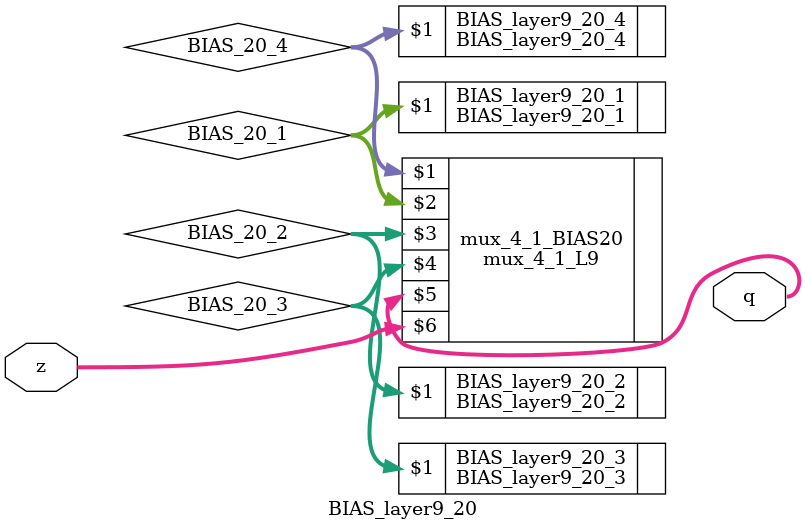
<source format=v>
module BIAS_layer9_20 #(parameter N_adder_tree=16)(q,z);
input  wire	[2:0]				  z;
output wire [N_adder_tree*18-1:0] q;


wire [N_adder_tree*18-1:0] BIAS_20_1;
wire [N_adder_tree*18-1:0] BIAS_20_2;
wire [N_adder_tree*18-1:0] BIAS_20_3;
wire [N_adder_tree*18-1:0] BIAS_20_4;


mux_4_1_L9 #(N_adder_tree) mux_4_1_BIAS20 (BIAS_20_4,BIAS_20_1,BIAS_20_2,BIAS_20_3,q,z);

BIAS_layer9_20_1  #(N_adder_tree) BIAS_layer9_20_1  (BIAS_20_1);
BIAS_layer9_20_2  #(N_adder_tree) BIAS_layer9_20_2  (BIAS_20_2);
BIAS_layer9_20_3  #(N_adder_tree) BIAS_layer9_20_3  (BIAS_20_3);
BIAS_layer9_20_4  #(N_adder_tree) BIAS_layer9_20_4  (BIAS_20_4);


endmodule
</source>
